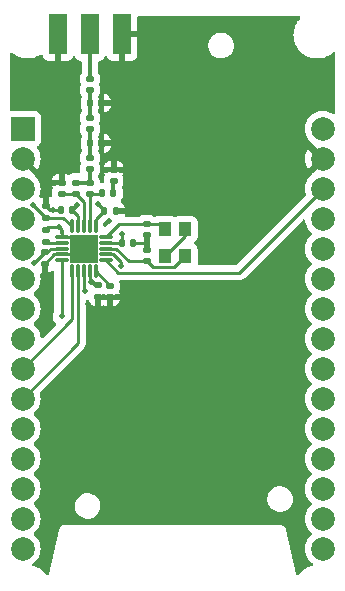
<source format=gtl>
G04 #@! TF.GenerationSoftware,KiCad,Pcbnew,6.0.2+dfsg-1*
G04 #@! TF.CreationDate,2024-02-25T21:37:03-08:00*
G04 #@! TF.ProjectId,cchat,63636861-742e-46b6-9963-61645f706362,rev?*
G04 #@! TF.SameCoordinates,Original*
G04 #@! TF.FileFunction,Copper,L1,Top*
G04 #@! TF.FilePolarity,Positive*
%FSLAX46Y46*%
G04 Gerber Fmt 4.6, Leading zero omitted, Abs format (unit mm)*
G04 Created by KiCad (PCBNEW 6.0.2+dfsg-1) date 2024-02-25 21:37:03*
%MOMM*%
%LPD*%
G01*
G04 APERTURE LIST*
G04 Aperture macros list*
%AMRoundRect*
0 Rectangle with rounded corners*
0 $1 Rounding radius*
0 $2 $3 $4 $5 $6 $7 $8 $9 X,Y pos of 4 corners*
0 Add a 4 corners polygon primitive as box body*
4,1,4,$2,$3,$4,$5,$6,$7,$8,$9,$2,$3,0*
0 Add four circle primitives for the rounded corners*
1,1,$1+$1,$2,$3*
1,1,$1+$1,$4,$5*
1,1,$1+$1,$6,$7*
1,1,$1+$1,$8,$9*
0 Add four rect primitives between the rounded corners*
20,1,$1+$1,$2,$3,$4,$5,0*
20,1,$1+$1,$4,$5,$6,$7,0*
20,1,$1+$1,$6,$7,$8,$9,0*
20,1,$1+$1,$8,$9,$2,$3,0*%
G04 Aperture macros list end*
G04 #@! TA.AperFunction,SMDPad,CuDef*
%ADD10RoundRect,0.140000X-0.140000X-0.170000X0.140000X-0.170000X0.140000X0.170000X-0.140000X0.170000X0*%
G04 #@! TD*
G04 #@! TA.AperFunction,SMDPad,CuDef*
%ADD11RoundRect,0.147500X0.172500X-0.147500X0.172500X0.147500X-0.172500X0.147500X-0.172500X-0.147500X0*%
G04 #@! TD*
G04 #@! TA.AperFunction,SMDPad,CuDef*
%ADD12RoundRect,0.140000X-0.170000X0.140000X-0.170000X-0.140000X0.170000X-0.140000X0.170000X0.140000X0*%
G04 #@! TD*
G04 #@! TA.AperFunction,ComponentPad*
%ADD13R,2.000000X2.000000*%
G04 #@! TD*
G04 #@! TA.AperFunction,ComponentPad*
%ADD14C,2.000000*%
G04 #@! TD*
G04 #@! TA.AperFunction,SMDPad,CuDef*
%ADD15RoundRect,0.135000X-0.185000X0.135000X-0.185000X-0.135000X0.185000X-0.135000X0.185000X0.135000X0*%
G04 #@! TD*
G04 #@! TA.AperFunction,SMDPad,CuDef*
%ADD16RoundRect,0.140000X0.170000X-0.140000X0.170000X0.140000X-0.170000X0.140000X-0.170000X-0.140000X0*%
G04 #@! TD*
G04 #@! TA.AperFunction,SMDPad,CuDef*
%ADD17R,1.110000X1.210000*%
G04 #@! TD*
G04 #@! TA.AperFunction,SMDPad,CuDef*
%ADD18RoundRect,0.147500X-0.147500X-0.172500X0.147500X-0.172500X0.147500X0.172500X-0.147500X0.172500X0*%
G04 #@! TD*
G04 #@! TA.AperFunction,SMDPad,CuDef*
%ADD19RoundRect,0.007800X0.122200X-0.512200X0.122200X0.512200X-0.122200X0.512200X-0.122200X-0.512200X0*%
G04 #@! TD*
G04 #@! TA.AperFunction,SMDPad,CuDef*
%ADD20RoundRect,0.007800X0.512200X0.122200X-0.512200X0.122200X-0.512200X-0.122200X0.512200X-0.122200X0*%
G04 #@! TD*
G04 #@! TA.AperFunction,SMDPad,CuDef*
%ADD21R,2.400000X2.400000*%
G04 #@! TD*
G04 #@! TA.AperFunction,SMDPad,CuDef*
%ADD22R,1.500000X3.500000*%
G04 #@! TD*
G04 #@! TA.AperFunction,SMDPad,CuDef*
%ADD23RoundRect,0.140000X0.140000X0.170000X-0.140000X0.170000X-0.140000X-0.170000X0.140000X-0.170000X0*%
G04 #@! TD*
G04 #@! TA.AperFunction,ViaPad*
%ADD24C,0.500000*%
G04 #@! TD*
G04 #@! TA.AperFunction,Conductor*
%ADD25C,0.250000*%
G04 #@! TD*
G04 #@! TA.AperFunction,Conductor*
%ADD26C,0.349300*%
G04 #@! TD*
G04 APERTURE END LIST*
D10*
X122620000Y-95600000D03*
X123580000Y-95600000D03*
D11*
X119900000Y-89385000D03*
X119900000Y-88415000D03*
D10*
X119900000Y-83800000D03*
X120860000Y-83800000D03*
D12*
X117500000Y-90520000D03*
X117500000Y-91480000D03*
D13*
X114215000Y-85950000D03*
D14*
X114215000Y-88490000D03*
X114215000Y-91030000D03*
X114215000Y-93570000D03*
X114215000Y-96110000D03*
X114215000Y-98650000D03*
X114215000Y-101190000D03*
X114215000Y-103730000D03*
X114215000Y-106270000D03*
X114215000Y-108810000D03*
X114215000Y-111350000D03*
X114215000Y-113890000D03*
X114215000Y-116430000D03*
X114215000Y-118970000D03*
X114215000Y-121510000D03*
X139615000Y-121510000D03*
X139615000Y-118970000D03*
X139615000Y-116430000D03*
X139615000Y-113890000D03*
X139615000Y-111350000D03*
X139615000Y-108810000D03*
X139615000Y-106270000D03*
X139615000Y-103730000D03*
X139615000Y-101190000D03*
X139615000Y-98650000D03*
X139615000Y-96110000D03*
X139615000Y-93570000D03*
X139615000Y-91030000D03*
X139615000Y-88490000D03*
X139615000Y-85950000D03*
D15*
X116200000Y-94490000D03*
X116200000Y-95510000D03*
D16*
X121900000Y-90380000D03*
X121900000Y-89420000D03*
D10*
X121120000Y-92900000D03*
X122080000Y-92900000D03*
D17*
X127950000Y-96750000D03*
X127950000Y-94450000D03*
X126250000Y-94450000D03*
X126250000Y-96750000D03*
D16*
X116200000Y-93480000D03*
X116200000Y-92520000D03*
X121600000Y-100200000D03*
X121600000Y-99240000D03*
D18*
X120915000Y-91400000D03*
X121885000Y-91400000D03*
D16*
X124700000Y-97180000D03*
X124700000Y-96220000D03*
X119900000Y-82680000D03*
X119900000Y-81720000D03*
D11*
X119900000Y-86000000D03*
X119900000Y-85030000D03*
D19*
X118400000Y-97970000D03*
X118900000Y-97970000D03*
X119400000Y-97970000D03*
X119900000Y-97970000D03*
X120400000Y-97970000D03*
D20*
X121270000Y-97100000D03*
X121270000Y-96600000D03*
X121270000Y-96100000D03*
X121270000Y-95600000D03*
X121270000Y-95100000D03*
D19*
X120400000Y-94230000D03*
X119900000Y-94230000D03*
X119400000Y-94230000D03*
X118900000Y-94230000D03*
X118400000Y-94230000D03*
D20*
X117530000Y-95100000D03*
X117530000Y-95600000D03*
X117530000Y-96100000D03*
X117530000Y-96600000D03*
X117530000Y-97100000D03*
D21*
X119400000Y-96100000D03*
D12*
X116100000Y-96420000D03*
X116100000Y-97380000D03*
D16*
X119900000Y-91480000D03*
X119900000Y-90520000D03*
D11*
X118700000Y-91485000D03*
X118700000Y-90515000D03*
D12*
X120600000Y-99220000D03*
X120600000Y-100180000D03*
D22*
X119900000Y-77972500D03*
X122600000Y-77972500D03*
X117200000Y-77972500D03*
D10*
X119920000Y-87200000D03*
X120880000Y-87200000D03*
D23*
X118380000Y-92800000D03*
X117420000Y-92800000D03*
D16*
X124700000Y-94980000D03*
X124700000Y-94020000D03*
D24*
X120600000Y-92300000D03*
X118790124Y-92387590D03*
X122600000Y-94900000D03*
X119974500Y-98900000D03*
X115100000Y-92400000D03*
X115200000Y-97300000D03*
X116300000Y-102600000D03*
X118700000Y-86400000D03*
X121000000Y-88300000D03*
X123200000Y-92400000D03*
X122000000Y-87000000D03*
X116100000Y-98000000D03*
X117300000Y-94300000D03*
X121000000Y-82700000D03*
X124200000Y-79400000D03*
X121100000Y-80600000D03*
X140100000Y-80400000D03*
X124200000Y-78000000D03*
X137400000Y-120300000D03*
X116100000Y-100300000D03*
X121000000Y-85800000D03*
X129300000Y-95600000D03*
X123100000Y-89800000D03*
X117200000Y-80400000D03*
X137500000Y-87000000D03*
X140000000Y-83900000D03*
X119700000Y-100800000D03*
X121000000Y-84900000D03*
X116800000Y-92800000D03*
X113500000Y-80100000D03*
X116100000Y-117500000D03*
X124700000Y-95600000D03*
X118700000Y-89400000D03*
X136800000Y-76900000D03*
X123100000Y-91100000D03*
X116100000Y-108400000D03*
X121000000Y-89400000D03*
X122600000Y-80400000D03*
X115700000Y-80100000D03*
X118500000Y-80400000D03*
X122100000Y-83800000D03*
X116100000Y-91500000D03*
X121600000Y-100800000D03*
X117300000Y-89400000D03*
X129300000Y-97200000D03*
X121500000Y-93800000D03*
X120600000Y-100800000D03*
X113500000Y-84000000D03*
X137900000Y-97300000D03*
X137500000Y-89900000D03*
X124000000Y-92900000D03*
X127100000Y-92900000D03*
X122541233Y-97554531D03*
X117500000Y-101800000D03*
X119474500Y-99700000D03*
D25*
X121270000Y-95600000D02*
X122620000Y-95600000D01*
X116180000Y-93480000D02*
X115100000Y-92400000D01*
X118900000Y-93320000D02*
X118380000Y-92800000D01*
X116259859Y-96420000D02*
X116579859Y-96100000D01*
X118400000Y-94230000D02*
X117650000Y-93480000D01*
X116080000Y-96420000D02*
X115200000Y-97300000D01*
X121020000Y-92720000D02*
X120600000Y-92300000D01*
X120400000Y-94230000D02*
X120400000Y-93620000D01*
X120294500Y-99220000D02*
X119974500Y-98900000D01*
X120400000Y-93620000D02*
X121120000Y-92900000D01*
X117530000Y-96100000D02*
X116579859Y-96100000D01*
X120454669Y-99220000D02*
X119900000Y-98665331D01*
X122620000Y-95600000D02*
X122620000Y-94920000D01*
X117650000Y-93480000D02*
X116200000Y-93480000D01*
X118380000Y-92797714D02*
X118790124Y-92387590D01*
X120294500Y-99220000D02*
X120600000Y-99220000D01*
X119900000Y-98665331D02*
X119900000Y-97970000D01*
X122620000Y-94920000D02*
X122600000Y-94900000D01*
X118900000Y-94230000D02*
X118900000Y-93320000D01*
X116390000Y-94300000D02*
X116200000Y-94490000D01*
X124700000Y-94980000D02*
X124700000Y-95600000D01*
X117530000Y-96600000D02*
X116886930Y-96600000D01*
X116480000Y-92800000D02*
X116200000Y-92520000D01*
X117530000Y-95100000D02*
X118400000Y-95100000D01*
X117530000Y-94530000D02*
X117300000Y-94300000D01*
X123580000Y-95600000D02*
X124700000Y-95600000D01*
X124700000Y-95600000D02*
X124700000Y-96220000D01*
X121600000Y-100200000D02*
X120620000Y-100200000D01*
X116800000Y-92800000D02*
X116480000Y-92800000D01*
X117300000Y-94300000D02*
X116390000Y-94300000D01*
X117530000Y-95100000D02*
X117530000Y-94530000D01*
X117420000Y-92800000D02*
X116800000Y-92800000D01*
X117530000Y-96600000D02*
X118900000Y-96600000D01*
X116886930Y-96600000D02*
X116106930Y-97380000D01*
X120400000Y-98040000D02*
X121600000Y-99240000D01*
X122350000Y-94020000D02*
X124700000Y-94020000D01*
X121270000Y-95100000D02*
X122350000Y-94020000D01*
X124700000Y-94020000D02*
X125820000Y-94020000D01*
X119900000Y-91480000D02*
X119900000Y-94230000D01*
X119900000Y-91480000D02*
X120835000Y-91480000D01*
D26*
X118700000Y-90515000D02*
X119895000Y-90515000D01*
X119900000Y-89385000D02*
X119900000Y-90520000D01*
X119920000Y-87200000D02*
X119920000Y-88395000D01*
X119900000Y-86000000D02*
X119900000Y-87180000D01*
X119900000Y-83800000D02*
X119900000Y-85030000D01*
X119900000Y-82680000D02*
X119900000Y-83800000D01*
X121885000Y-91400000D02*
X121885000Y-90395000D01*
X119900000Y-77972500D02*
X119900000Y-81720000D01*
D25*
X119400000Y-92185000D02*
X118700000Y-91485000D01*
X119400000Y-94230000D02*
X119400000Y-92185000D01*
X118700000Y-91485000D02*
X117505000Y-91485000D01*
X117530000Y-95600000D02*
X116290000Y-95600000D01*
X132515969Y-98129031D02*
X122299031Y-98129031D01*
X122299031Y-98129031D02*
X121270000Y-97100000D01*
X139615000Y-91030000D02*
X132515969Y-98129031D01*
X122491233Y-97216862D02*
X122491233Y-97504531D01*
X121874371Y-96600000D02*
X122491233Y-97216862D01*
X121270000Y-96600000D02*
X121874371Y-96600000D01*
X122491233Y-97504531D02*
X122541233Y-97554531D01*
X117530000Y-97100000D02*
X117530000Y-101770000D01*
X117530000Y-101770000D02*
X117500000Y-101800000D01*
X118400000Y-97970000D02*
X118400000Y-102085000D01*
X118400000Y-102085000D02*
X114215000Y-106270000D01*
X118900000Y-97970000D02*
X118900000Y-104125000D01*
X118900000Y-104125000D02*
X114215000Y-108810000D01*
X119400000Y-99625500D02*
X119474500Y-99700000D01*
X119400000Y-97970000D02*
X119400000Y-99625500D01*
X127950000Y-96750000D02*
X127020489Y-97679511D01*
X123090089Y-97180000D02*
X124700000Y-97180000D01*
X125199511Y-97679511D02*
X124700000Y-97180000D01*
X122100000Y-96100000D02*
X121270000Y-96100000D01*
X122100000Y-96100000D02*
X123180000Y-97180000D01*
X127020489Y-97679511D02*
X125199511Y-97679511D01*
X126250000Y-96750000D02*
X127950000Y-95050000D01*
X127950000Y-95050000D02*
X127950000Y-94450000D01*
G04 #@! TA.AperFunction,Conductor*
G36*
X138032147Y-93612924D02*
G01*
X138088983Y-93655471D01*
X138113727Y-93721093D01*
X138120465Y-93806711D01*
X138121619Y-93811518D01*
X138121620Y-93811524D01*
X138134201Y-93863927D01*
X138175895Y-94037594D01*
X138177788Y-94042165D01*
X138177789Y-94042167D01*
X138251406Y-94219894D01*
X138266760Y-94256963D01*
X138269346Y-94261183D01*
X138388241Y-94455202D01*
X138388245Y-94455208D01*
X138390824Y-94459416D01*
X138545031Y-94639969D01*
X138548787Y-94643177D01*
X138548792Y-94643182D01*
X138667056Y-94744189D01*
X138705866Y-94803639D01*
X138706372Y-94874634D01*
X138667056Y-94935811D01*
X138548792Y-95036818D01*
X138548787Y-95036823D01*
X138545031Y-95040031D01*
X138390824Y-95220584D01*
X138388245Y-95224792D01*
X138388241Y-95224798D01*
X138302622Y-95364516D01*
X138266760Y-95423037D01*
X138264867Y-95427607D01*
X138264865Y-95427611D01*
X138204582Y-95573148D01*
X138175895Y-95642406D01*
X138174740Y-95647218D01*
X138124283Y-95857387D01*
X138120465Y-95873289D01*
X138101835Y-96110000D01*
X138120465Y-96346711D01*
X138121619Y-96351518D01*
X138121620Y-96351524D01*
X138142306Y-96437687D01*
X138175895Y-96577594D01*
X138177788Y-96582165D01*
X138177789Y-96582167D01*
X138235695Y-96721964D01*
X138266760Y-96796963D01*
X138269346Y-96801183D01*
X138388241Y-96995202D01*
X138388245Y-96995208D01*
X138390824Y-96999416D01*
X138545031Y-97179969D01*
X138548787Y-97183177D01*
X138548792Y-97183182D01*
X138667056Y-97284189D01*
X138705866Y-97343639D01*
X138706372Y-97414634D01*
X138667056Y-97475811D01*
X138548792Y-97576818D01*
X138548787Y-97576823D01*
X138545031Y-97580031D01*
X138390824Y-97760584D01*
X138388245Y-97764792D01*
X138388241Y-97764798D01*
X138377336Y-97782594D01*
X138266760Y-97963037D01*
X138264867Y-97967607D01*
X138264865Y-97967611D01*
X138177789Y-98177833D01*
X138175895Y-98182406D01*
X138120465Y-98413289D01*
X138101835Y-98650000D01*
X138120465Y-98886711D01*
X138175895Y-99117594D01*
X138266760Y-99336963D01*
X138269346Y-99341183D01*
X138388241Y-99535202D01*
X138388245Y-99535208D01*
X138390824Y-99539416D01*
X138545031Y-99719969D01*
X138548787Y-99723177D01*
X138548792Y-99723182D01*
X138667056Y-99824189D01*
X138705866Y-99883639D01*
X138706372Y-99954634D01*
X138667056Y-100015811D01*
X138548792Y-100116818D01*
X138548787Y-100116823D01*
X138545031Y-100120031D01*
X138390824Y-100300584D01*
X138388245Y-100304792D01*
X138388241Y-100304798D01*
X138294791Y-100457295D01*
X138266760Y-100503037D01*
X138264867Y-100507607D01*
X138264865Y-100507611D01*
X138230000Y-100591784D01*
X138175895Y-100722406D01*
X138156640Y-100802609D01*
X138121633Y-100948424D01*
X138120465Y-100953289D01*
X138101835Y-101190000D01*
X138120465Y-101426711D01*
X138175895Y-101657594D01*
X138266760Y-101876963D01*
X138269346Y-101881183D01*
X138388241Y-102075202D01*
X138388245Y-102075208D01*
X138390824Y-102079416D01*
X138545031Y-102259969D01*
X138548787Y-102263177D01*
X138548792Y-102263182D01*
X138667056Y-102364189D01*
X138705866Y-102423639D01*
X138706372Y-102494634D01*
X138667056Y-102555811D01*
X138548792Y-102656818D01*
X138548787Y-102656823D01*
X138545031Y-102660031D01*
X138390824Y-102840584D01*
X138388245Y-102844792D01*
X138388241Y-102844798D01*
X138269346Y-103038817D01*
X138266760Y-103043037D01*
X138264867Y-103047607D01*
X138264865Y-103047611D01*
X138177789Y-103257833D01*
X138175895Y-103262406D01*
X138120465Y-103493289D01*
X138101835Y-103730000D01*
X138120465Y-103966711D01*
X138175895Y-104197594D01*
X138177788Y-104202165D01*
X138177789Y-104202167D01*
X138259242Y-104398812D01*
X138266760Y-104416963D01*
X138269346Y-104421183D01*
X138388241Y-104615202D01*
X138388245Y-104615208D01*
X138390824Y-104619416D01*
X138545031Y-104799969D01*
X138548787Y-104803177D01*
X138548792Y-104803182D01*
X138667056Y-104904189D01*
X138705866Y-104963639D01*
X138706372Y-105034634D01*
X138667056Y-105095811D01*
X138548792Y-105196818D01*
X138548787Y-105196823D01*
X138545031Y-105200031D01*
X138390824Y-105380584D01*
X138388245Y-105384792D01*
X138388241Y-105384798D01*
X138269346Y-105578817D01*
X138266760Y-105583037D01*
X138264867Y-105587607D01*
X138264865Y-105587611D01*
X138177789Y-105797833D01*
X138175895Y-105802406D01*
X138120465Y-106033289D01*
X138101835Y-106270000D01*
X138120465Y-106506711D01*
X138175895Y-106737594D01*
X138266760Y-106956963D01*
X138269346Y-106961183D01*
X138388241Y-107155202D01*
X138388245Y-107155208D01*
X138390824Y-107159416D01*
X138545031Y-107339969D01*
X138548787Y-107343177D01*
X138548792Y-107343182D01*
X138667056Y-107444189D01*
X138705866Y-107503639D01*
X138706372Y-107574634D01*
X138667056Y-107635811D01*
X138548792Y-107736818D01*
X138548787Y-107736823D01*
X138545031Y-107740031D01*
X138390824Y-107920584D01*
X138388245Y-107924792D01*
X138388241Y-107924798D01*
X138269346Y-108118817D01*
X138266760Y-108123037D01*
X138264867Y-108127607D01*
X138264865Y-108127611D01*
X138177789Y-108337833D01*
X138175895Y-108342406D01*
X138120465Y-108573289D01*
X138101835Y-108810000D01*
X138120465Y-109046711D01*
X138175895Y-109277594D01*
X138266760Y-109496963D01*
X138269346Y-109501183D01*
X138388241Y-109695202D01*
X138388245Y-109695208D01*
X138390824Y-109699416D01*
X138545031Y-109879969D01*
X138548787Y-109883177D01*
X138548792Y-109883182D01*
X138667056Y-109984189D01*
X138705866Y-110043639D01*
X138706372Y-110114634D01*
X138667056Y-110175811D01*
X138548792Y-110276818D01*
X138548787Y-110276823D01*
X138545031Y-110280031D01*
X138390824Y-110460584D01*
X138388245Y-110464792D01*
X138388241Y-110464798D01*
X138269346Y-110658817D01*
X138266760Y-110663037D01*
X138175895Y-110882406D01*
X138120465Y-111113289D01*
X138101835Y-111350000D01*
X138120465Y-111586711D01*
X138175895Y-111817594D01*
X138266760Y-112036963D01*
X138269346Y-112041183D01*
X138388241Y-112235202D01*
X138388245Y-112235208D01*
X138390824Y-112239416D01*
X138545031Y-112419969D01*
X138548787Y-112423177D01*
X138548792Y-112423182D01*
X138667056Y-112524189D01*
X138705866Y-112583639D01*
X138706372Y-112654634D01*
X138667056Y-112715811D01*
X138548792Y-112816818D01*
X138548787Y-112816823D01*
X138545031Y-112820031D01*
X138390824Y-113000584D01*
X138388245Y-113004792D01*
X138388241Y-113004798D01*
X138269346Y-113198817D01*
X138266760Y-113203037D01*
X138175895Y-113422406D01*
X138120465Y-113653289D01*
X138101835Y-113890000D01*
X138120465Y-114126711D01*
X138175895Y-114357594D01*
X138266760Y-114576963D01*
X138269346Y-114581183D01*
X138388241Y-114775202D01*
X138388245Y-114775208D01*
X138390824Y-114779416D01*
X138545031Y-114959969D01*
X138548787Y-114963177D01*
X138548792Y-114963182D01*
X138667056Y-115064189D01*
X138705866Y-115123639D01*
X138706372Y-115194634D01*
X138667056Y-115255811D01*
X138548792Y-115356818D01*
X138548787Y-115356823D01*
X138545031Y-115360031D01*
X138390824Y-115540584D01*
X138388245Y-115544792D01*
X138388241Y-115544798D01*
X138269346Y-115738817D01*
X138266760Y-115743037D01*
X138175895Y-115962406D01*
X138120465Y-116193289D01*
X138101835Y-116430000D01*
X138120465Y-116666711D01*
X138121619Y-116671518D01*
X138121620Y-116671524D01*
X138142125Y-116756931D01*
X138175895Y-116897594D01*
X138177788Y-116902165D01*
X138177789Y-116902167D01*
X138235702Y-117041981D01*
X138266760Y-117116963D01*
X138269346Y-117121183D01*
X138388241Y-117315202D01*
X138388245Y-117315208D01*
X138390824Y-117319416D01*
X138545031Y-117499969D01*
X138548787Y-117503177D01*
X138548792Y-117503182D01*
X138667056Y-117604189D01*
X138705866Y-117663639D01*
X138706372Y-117734634D01*
X138667056Y-117795811D01*
X138548792Y-117896818D01*
X138548787Y-117896823D01*
X138545031Y-117900031D01*
X138390824Y-118080584D01*
X138388245Y-118084792D01*
X138388241Y-118084798D01*
X138305686Y-118219516D01*
X138266760Y-118283037D01*
X138264867Y-118287607D01*
X138264865Y-118287611D01*
X138200473Y-118443069D01*
X138175895Y-118502406D01*
X138156640Y-118582609D01*
X138132201Y-118684406D01*
X138120465Y-118733289D01*
X138101835Y-118970000D01*
X138120465Y-119206711D01*
X138175895Y-119437594D01*
X138177788Y-119442165D01*
X138177789Y-119442167D01*
X138263368Y-119648773D01*
X138266760Y-119656963D01*
X138269346Y-119661183D01*
X138388241Y-119855202D01*
X138388245Y-119855208D01*
X138390824Y-119859416D01*
X138545031Y-120039969D01*
X138548787Y-120043177D01*
X138548792Y-120043182D01*
X138667056Y-120144189D01*
X138705866Y-120203639D01*
X138706372Y-120274634D01*
X138667056Y-120335811D01*
X138548792Y-120436818D01*
X138548787Y-120436823D01*
X138545031Y-120440031D01*
X138390824Y-120620584D01*
X138388245Y-120624792D01*
X138388241Y-120624798D01*
X138269346Y-120818817D01*
X138266760Y-120823037D01*
X138175895Y-121042406D01*
X138120465Y-121273289D01*
X138101835Y-121510000D01*
X138120465Y-121746711D01*
X138175895Y-121977594D01*
X138266760Y-122196963D01*
X138269346Y-122201183D01*
X138388241Y-122395202D01*
X138388245Y-122395208D01*
X138390824Y-122399416D01*
X138545031Y-122579969D01*
X138725584Y-122734176D01*
X138729799Y-122736759D01*
X138729802Y-122736761D01*
X138749026Y-122748542D01*
X138796657Y-122801190D01*
X138808263Y-122871232D01*
X138780159Y-122936429D01*
X138721268Y-122976082D01*
X138709392Y-122979220D01*
X138590030Y-123004591D01*
X138585901Y-123006094D01*
X138585897Y-123006095D01*
X138330219Y-123099154D01*
X138330215Y-123099156D01*
X138326074Y-123100663D01*
X138078058Y-123232536D01*
X138074499Y-123235122D01*
X138074497Y-123235123D01*
X137949933Y-123325624D01*
X137850808Y-123397642D01*
X137847644Y-123400698D01*
X137847641Y-123400700D01*
X137803949Y-123442893D01*
X137648748Y-123592769D01*
X137554070Y-123713952D01*
X137541979Y-123729428D01*
X137484278Y-123770794D01*
X137413372Y-123774397D01*
X137351775Y-123739094D01*
X137319565Y-123678621D01*
X136511332Y-119960747D01*
X136510020Y-119948170D01*
X136509640Y-119948222D01*
X136508421Y-119939324D01*
X136508476Y-119930348D01*
X136493915Y-119879398D01*
X136491942Y-119871551D01*
X136489608Y-119860815D01*
X136489608Y-119860814D01*
X136488657Y-119856441D01*
X136484746Y-119845934D01*
X136481696Y-119836650D01*
X136468488Y-119790435D01*
X136463697Y-119782842D01*
X136461591Y-119778134D01*
X136456338Y-119767520D01*
X136453883Y-119763010D01*
X136450753Y-119754601D01*
X136422031Y-119716087D01*
X136416476Y-119707999D01*
X136395630Y-119674961D01*
X136390840Y-119667369D01*
X136384113Y-119661428D01*
X136380794Y-119657528D01*
X136372734Y-119648773D01*
X136369126Y-119645148D01*
X136363760Y-119637953D01*
X136325363Y-119609034D01*
X136317780Y-119602845D01*
X136315045Y-119600429D01*
X136281772Y-119571044D01*
X136273648Y-119567229D01*
X136269360Y-119564413D01*
X136259180Y-119558280D01*
X136254696Y-119555811D01*
X136247524Y-119550410D01*
X136202586Y-119533443D01*
X136193547Y-119529621D01*
X136158180Y-119513016D01*
X136158173Y-119513014D01*
X136150052Y-119509201D01*
X136141182Y-119507820D01*
X136136265Y-119506317D01*
X136124797Y-119503294D01*
X136119784Y-119502179D01*
X136111390Y-119499010D01*
X136063484Y-119495336D01*
X136053739Y-119494205D01*
X136044384Y-119492748D01*
X136044379Y-119492748D01*
X136039577Y-119492000D01*
X136024807Y-119492000D01*
X136015172Y-119491631D01*
X136013543Y-119491506D01*
X136009674Y-119491209D01*
X135975249Y-119488569D01*
X135975247Y-119488569D01*
X135966301Y-119487883D01*
X135957523Y-119489735D01*
X135951613Y-119490124D01*
X135933639Y-119492000D01*
X117872772Y-119492000D01*
X117861626Y-119491506D01*
X117854134Y-119490841D01*
X117845400Y-119488788D01*
X117836442Y-119489269D01*
X117836440Y-119489269D01*
X117788979Y-119491819D01*
X117782220Y-119492000D01*
X117763523Y-119492000D01*
X117759083Y-119492636D01*
X117759082Y-119492636D01*
X117755798Y-119493106D01*
X117744695Y-119494198D01*
X117709058Y-119496112D01*
X117709055Y-119496113D01*
X117700094Y-119496594D01*
X117691627Y-119499571D01*
X117691624Y-119499572D01*
X117690232Y-119500062D01*
X117666302Y-119505923D01*
X117655955Y-119507405D01*
X117647789Y-119511118D01*
X117647785Y-119511119D01*
X117615297Y-119525891D01*
X117604964Y-119530048D01*
X117562821Y-119544868D01*
X117554720Y-119550683D01*
X117554335Y-119550960D01*
X117533002Y-119563308D01*
X117523490Y-119567633D01*
X117516696Y-119573487D01*
X117516693Y-119573489D01*
X117489653Y-119596788D01*
X117480891Y-119603686D01*
X117444614Y-119629730D01*
X117439080Y-119636807D01*
X117438176Y-119637962D01*
X117421174Y-119655794D01*
X117413253Y-119662619D01*
X117408373Y-119670147D01*
X117408372Y-119670149D01*
X117388959Y-119700101D01*
X117382495Y-119709168D01*
X117354976Y-119744359D01*
X117351109Y-119754064D01*
X117339790Y-119775959D01*
X117334107Y-119784727D01*
X117321305Y-119827534D01*
X117317643Y-119838053D01*
X117313591Y-119848223D01*
X117312507Y-119852964D01*
X117312506Y-119852968D01*
X117309561Y-119865849D01*
X117307450Y-119873860D01*
X117292413Y-119924141D01*
X117292358Y-119933118D01*
X117291031Y-119941998D01*
X117290719Y-119941951D01*
X117289226Y-119954818D01*
X116444156Y-123652001D01*
X116409478Y-123713952D01*
X116346812Y-123747320D01*
X116276053Y-123741511D01*
X116222582Y-123701903D01*
X116221585Y-123700424D01*
X116201954Y-123678621D01*
X116036566Y-123494940D01*
X116033629Y-123491678D01*
X115818450Y-123311121D01*
X115580236Y-123162269D01*
X115323625Y-123048018D01*
X115194977Y-123011129D01*
X115100667Y-122984086D01*
X115040698Y-122946082D01*
X115010796Y-122881690D01*
X115020453Y-122811353D01*
X115069563Y-122755534D01*
X115100197Y-122736762D01*
X115100202Y-122736758D01*
X115104416Y-122734176D01*
X115284969Y-122579969D01*
X115439176Y-122399416D01*
X115441755Y-122395208D01*
X115441759Y-122395202D01*
X115560654Y-122201183D01*
X115563240Y-122196963D01*
X115654105Y-121977594D01*
X115709535Y-121746711D01*
X115728165Y-121510000D01*
X115709535Y-121273289D01*
X115654105Y-121042406D01*
X115563240Y-120823037D01*
X115560654Y-120818817D01*
X115441759Y-120624798D01*
X115441755Y-120624792D01*
X115439176Y-120620584D01*
X115284969Y-120440031D01*
X115281213Y-120436823D01*
X115281208Y-120436818D01*
X115162944Y-120335811D01*
X115124134Y-120276361D01*
X115123628Y-120205366D01*
X115162944Y-120144189D01*
X115281208Y-120043182D01*
X115281213Y-120043177D01*
X115284969Y-120039969D01*
X115439176Y-119859416D01*
X115441755Y-119855208D01*
X115441759Y-119855202D01*
X115560654Y-119661183D01*
X115563240Y-119656963D01*
X115566633Y-119648773D01*
X115652211Y-119442167D01*
X115652212Y-119442165D01*
X115654105Y-119437594D01*
X115709535Y-119206711D01*
X115728165Y-118970000D01*
X115709535Y-118733289D01*
X115697800Y-118684406D01*
X115673360Y-118582609D01*
X115654105Y-118502406D01*
X115629527Y-118443069D01*
X115565135Y-118287611D01*
X115565133Y-118287607D01*
X115563240Y-118283037D01*
X115524314Y-118219516D01*
X115441759Y-118084798D01*
X115441755Y-118084792D01*
X115439176Y-118080584D01*
X115284969Y-117900031D01*
X115281213Y-117896823D01*
X115281208Y-117896818D01*
X115222622Y-117846781D01*
X118611868Y-117846781D01*
X118621436Y-118053502D01*
X118622840Y-118059327D01*
X118622840Y-118059328D01*
X118660784Y-118216770D01*
X118669921Y-118254685D01*
X118672403Y-118260143D01*
X118672404Y-118260147D01*
X118696531Y-118313211D01*
X118755574Y-118443069D01*
X118875305Y-118611858D01*
X118879628Y-118615996D01*
X118879632Y-118616001D01*
X118959694Y-118692643D01*
X119024792Y-118754961D01*
X119029827Y-118758212D01*
X119193606Y-118863963D01*
X119193609Y-118863964D01*
X119198643Y-118867215D01*
X119390584Y-118944570D01*
X119396465Y-118945718D01*
X119396470Y-118945720D01*
X119589244Y-118983366D01*
X119589247Y-118983366D01*
X119593690Y-118984234D01*
X119599129Y-118984500D01*
X119751704Y-118984500D01*
X119906007Y-118969778D01*
X119922055Y-118965070D01*
X120098827Y-118913211D01*
X120098829Y-118913210D01*
X120104580Y-118911523D01*
X120186257Y-118869457D01*
X120283225Y-118819516D01*
X120283228Y-118819514D01*
X120288556Y-118816770D01*
X120451294Y-118688937D01*
X120586924Y-118532637D01*
X120690552Y-118353510D01*
X120758438Y-118158019D01*
X120759483Y-118150816D01*
X120787271Y-117959159D01*
X120787271Y-117959156D01*
X120788132Y-117953219D01*
X120778564Y-117746498D01*
X120730079Y-117545315D01*
X120710923Y-117503182D01*
X120646906Y-117362386D01*
X120644426Y-117356931D01*
X120566291Y-117246781D01*
X134911868Y-117246781D01*
X134921436Y-117453502D01*
X134922840Y-117459327D01*
X134922840Y-117459328D01*
X134947990Y-117563683D01*
X134969921Y-117654685D01*
X134972403Y-117660143D01*
X134972404Y-117660147D01*
X135007057Y-117736361D01*
X135055574Y-117843069D01*
X135175305Y-118011858D01*
X135179628Y-118015996D01*
X135179632Y-118016001D01*
X135259694Y-118092643D01*
X135324792Y-118154961D01*
X135329827Y-118158212D01*
X135493606Y-118263963D01*
X135493609Y-118263964D01*
X135498643Y-118267215D01*
X135690584Y-118344570D01*
X135696465Y-118345718D01*
X135696470Y-118345720D01*
X135889244Y-118383366D01*
X135889247Y-118383366D01*
X135893690Y-118384234D01*
X135899129Y-118384500D01*
X136051704Y-118384500D01*
X136206007Y-118369778D01*
X136280780Y-118347842D01*
X136398827Y-118313211D01*
X136398829Y-118313210D01*
X136404580Y-118311523D01*
X136409914Y-118308776D01*
X136583225Y-118219516D01*
X136583228Y-118219514D01*
X136588556Y-118216770D01*
X136751294Y-118088937D01*
X136758543Y-118080584D01*
X136882992Y-117937168D01*
X136886924Y-117932637D01*
X136990552Y-117753510D01*
X137058438Y-117558019D01*
X137059435Y-117551148D01*
X137087271Y-117359159D01*
X137087271Y-117359156D01*
X137088132Y-117353219D01*
X137078564Y-117146498D01*
X137040109Y-116986934D01*
X137031485Y-116951148D01*
X137031484Y-116951146D01*
X137030079Y-116945315D01*
X137005486Y-116891224D01*
X136946906Y-116762386D01*
X136944426Y-116756931D01*
X136824695Y-116588142D01*
X136820372Y-116584004D01*
X136820368Y-116583999D01*
X136679538Y-116449184D01*
X136675208Y-116445039D01*
X136575230Y-116380484D01*
X136506394Y-116336037D01*
X136506391Y-116336036D01*
X136501357Y-116332785D01*
X136309416Y-116255430D01*
X136303535Y-116254282D01*
X136303530Y-116254280D01*
X136110756Y-116216634D01*
X136110753Y-116216634D01*
X136106310Y-116215766D01*
X136100871Y-116215500D01*
X135948296Y-116215500D01*
X135793993Y-116230222D01*
X135788239Y-116231910D01*
X135601173Y-116286789D01*
X135601171Y-116286790D01*
X135595420Y-116288477D01*
X135590087Y-116291223D01*
X135590086Y-116291224D01*
X135416775Y-116380484D01*
X135416772Y-116380486D01*
X135411444Y-116383230D01*
X135248706Y-116511063D01*
X135113076Y-116667363D01*
X135009448Y-116846490D01*
X134941562Y-117041981D01*
X134940702Y-117047914D01*
X134940701Y-117047917D01*
X134912729Y-117240841D01*
X134911868Y-117246781D01*
X120566291Y-117246781D01*
X120524695Y-117188142D01*
X120520372Y-117184004D01*
X120520368Y-117183999D01*
X120379538Y-117049184D01*
X120375208Y-117045039D01*
X120275230Y-116980484D01*
X120206394Y-116936037D01*
X120206391Y-116936036D01*
X120201357Y-116932785D01*
X120009416Y-116855430D01*
X120003535Y-116854282D01*
X120003530Y-116854280D01*
X119810756Y-116816634D01*
X119810753Y-116816634D01*
X119806310Y-116815766D01*
X119800871Y-116815500D01*
X119648296Y-116815500D01*
X119493993Y-116830222D01*
X119488239Y-116831910D01*
X119301173Y-116886789D01*
X119301171Y-116886790D01*
X119295420Y-116888477D01*
X119290087Y-116891223D01*
X119290086Y-116891224D01*
X119116775Y-116980484D01*
X119116772Y-116980486D01*
X119111444Y-116983230D01*
X118948706Y-117111063D01*
X118813076Y-117267363D01*
X118709448Y-117446490D01*
X118641562Y-117641981D01*
X118640702Y-117647914D01*
X118640701Y-117647917D01*
X118625391Y-117753510D01*
X118611868Y-117846781D01*
X115222622Y-117846781D01*
X115162944Y-117795811D01*
X115124134Y-117736361D01*
X115123628Y-117665366D01*
X115162944Y-117604189D01*
X115281208Y-117503182D01*
X115281213Y-117503177D01*
X115284969Y-117499969D01*
X115439176Y-117319416D01*
X115441755Y-117315208D01*
X115441759Y-117315202D01*
X115560654Y-117121183D01*
X115563240Y-117116963D01*
X115594299Y-117041981D01*
X115652211Y-116902167D01*
X115652212Y-116902165D01*
X115654105Y-116897594D01*
X115687875Y-116756931D01*
X115708380Y-116671524D01*
X115708381Y-116671518D01*
X115709535Y-116666711D01*
X115728165Y-116430000D01*
X115709535Y-116193289D01*
X115654105Y-115962406D01*
X115563240Y-115743037D01*
X115560654Y-115738817D01*
X115441759Y-115544798D01*
X115441755Y-115544792D01*
X115439176Y-115540584D01*
X115284969Y-115360031D01*
X115281213Y-115356823D01*
X115281208Y-115356818D01*
X115162944Y-115255811D01*
X115124134Y-115196361D01*
X115123628Y-115125366D01*
X115162944Y-115064189D01*
X115281208Y-114963182D01*
X115281213Y-114963177D01*
X115284969Y-114959969D01*
X115439176Y-114779416D01*
X115441755Y-114775208D01*
X115441759Y-114775202D01*
X115560654Y-114581183D01*
X115563240Y-114576963D01*
X115654105Y-114357594D01*
X115709535Y-114126711D01*
X115728165Y-113890000D01*
X115709535Y-113653289D01*
X115654105Y-113422406D01*
X115563240Y-113203037D01*
X115560654Y-113198817D01*
X115441759Y-113004798D01*
X115441755Y-113004792D01*
X115439176Y-113000584D01*
X115284969Y-112820031D01*
X115281213Y-112816823D01*
X115281208Y-112816818D01*
X115162944Y-112715811D01*
X115124134Y-112656361D01*
X115123628Y-112585366D01*
X115162944Y-112524189D01*
X115281208Y-112423182D01*
X115281213Y-112423177D01*
X115284969Y-112419969D01*
X115439176Y-112239416D01*
X115441755Y-112235208D01*
X115441759Y-112235202D01*
X115560654Y-112041183D01*
X115563240Y-112036963D01*
X115654105Y-111817594D01*
X115709535Y-111586711D01*
X115728165Y-111350000D01*
X115709535Y-111113289D01*
X115654105Y-110882406D01*
X115563240Y-110663037D01*
X115560654Y-110658817D01*
X115441759Y-110464798D01*
X115441755Y-110464792D01*
X115439176Y-110460584D01*
X115284969Y-110280031D01*
X115281213Y-110276823D01*
X115281208Y-110276818D01*
X115162944Y-110175811D01*
X115124134Y-110116361D01*
X115123628Y-110045366D01*
X115162944Y-109984189D01*
X115281208Y-109883182D01*
X115281213Y-109883177D01*
X115284969Y-109879969D01*
X115439176Y-109699416D01*
X115441755Y-109695208D01*
X115441759Y-109695202D01*
X115560654Y-109501183D01*
X115563240Y-109496963D01*
X115654105Y-109277594D01*
X115709535Y-109046711D01*
X115728165Y-108810000D01*
X115709535Y-108573289D01*
X115655940Y-108350049D01*
X115659487Y-108279141D01*
X115689364Y-108231540D01*
X119292247Y-104628657D01*
X119300537Y-104621113D01*
X119307018Y-104617000D01*
X119353659Y-104567332D01*
X119356413Y-104564491D01*
X119376135Y-104544769D01*
X119378612Y-104541576D01*
X119386317Y-104532555D01*
X119411159Y-104506100D01*
X119416586Y-104500321D01*
X119420407Y-104493371D01*
X119426346Y-104482568D01*
X119437202Y-104466041D01*
X119444757Y-104456302D01*
X119444758Y-104456300D01*
X119449614Y-104450040D01*
X119467174Y-104409460D01*
X119472391Y-104398812D01*
X119489875Y-104367009D01*
X119489876Y-104367007D01*
X119493695Y-104360060D01*
X119498733Y-104340437D01*
X119505137Y-104321734D01*
X119510033Y-104310420D01*
X119510033Y-104310419D01*
X119513181Y-104303145D01*
X119514420Y-104295322D01*
X119514423Y-104295312D01*
X119520099Y-104259476D01*
X119522505Y-104247856D01*
X119531528Y-104212711D01*
X119531528Y-104212710D01*
X119533500Y-104205030D01*
X119533500Y-104184776D01*
X119535051Y-104165065D01*
X119536980Y-104152886D01*
X119538220Y-104145057D01*
X119534059Y-104101038D01*
X119533500Y-104089181D01*
X119533500Y-100569065D01*
X119553502Y-100500944D01*
X119607158Y-100454451D01*
X119627756Y-100447730D01*
X119627983Y-100447709D01*
X119654479Y-100439100D01*
X119725444Y-100437072D01*
X119786243Y-100473734D01*
X119814411Y-100523781D01*
X119828356Y-100571782D01*
X119834604Y-100586220D01*
X119909876Y-100713499D01*
X119919516Y-100725926D01*
X120024074Y-100830484D01*
X120036501Y-100840124D01*
X120163780Y-100915396D01*
X120178216Y-100921643D01*
X120321641Y-100963312D01*
X120329609Y-100964768D01*
X120343031Y-100961948D01*
X120346000Y-100950487D01*
X120346000Y-100948424D01*
X120854000Y-100948424D01*
X120858344Y-100963219D01*
X120868775Y-100965063D01*
X120878359Y-100963312D01*
X121021780Y-100921644D01*
X121031430Y-100917468D01*
X121101892Y-100908771D01*
X121145610Y-100924651D01*
X121163776Y-100935394D01*
X121178216Y-100941643D01*
X121321641Y-100983312D01*
X121329609Y-100984768D01*
X121343031Y-100981948D01*
X121346000Y-100970487D01*
X121346000Y-100968424D01*
X121854000Y-100968424D01*
X121858344Y-100983219D01*
X121868775Y-100985063D01*
X121878359Y-100983312D01*
X122021784Y-100941643D01*
X122036220Y-100935396D01*
X122163499Y-100860124D01*
X122175926Y-100850484D01*
X122280484Y-100745926D01*
X122290124Y-100733499D01*
X122365396Y-100606220D01*
X122371643Y-100591784D01*
X122406619Y-100471395D01*
X122406579Y-100457295D01*
X122399309Y-100454000D01*
X121872115Y-100454000D01*
X121856876Y-100458475D01*
X121855671Y-100459865D01*
X121854000Y-100467548D01*
X121854000Y-100968424D01*
X121346000Y-100968424D01*
X121346000Y-100472115D01*
X121341525Y-100456876D01*
X121340135Y-100455671D01*
X121332452Y-100454000D01*
X120872115Y-100454000D01*
X120856876Y-100458475D01*
X120855671Y-100459865D01*
X120854000Y-100467548D01*
X120854000Y-100948424D01*
X120346000Y-100948424D01*
X120346000Y-100134500D01*
X120366002Y-100066379D01*
X120419658Y-100019886D01*
X120472000Y-100008500D01*
X120835484Y-100008500D01*
X120837932Y-100008307D01*
X120837940Y-100008307D01*
X120865844Y-100006111D01*
X120865849Y-100006110D01*
X120872254Y-100005606D01*
X121011282Y-99965215D01*
X121021984Y-99962106D01*
X121021986Y-99962105D01*
X121029597Y-99959894D01*
X121033104Y-99957820D01*
X121101865Y-99949334D01*
X121145582Y-99965215D01*
X121170403Y-99979894D01*
X121178014Y-99982105D01*
X121178016Y-99982106D01*
X121228995Y-99996916D01*
X121327746Y-100025606D01*
X121334151Y-100026110D01*
X121334156Y-100026111D01*
X121362060Y-100028307D01*
X121362068Y-100028307D01*
X121364516Y-100028500D01*
X121835484Y-100028500D01*
X121837932Y-100028307D01*
X121837940Y-100028307D01*
X121865844Y-100026111D01*
X121865849Y-100026110D01*
X121872254Y-100025606D01*
X121971005Y-99996916D01*
X122021984Y-99982106D01*
X122021986Y-99982105D01*
X122029597Y-99979894D01*
X122057240Y-99963546D01*
X122121379Y-99946000D01*
X122393558Y-99946000D01*
X122407089Y-99942027D01*
X122408224Y-99934129D01*
X122371643Y-99808216D01*
X122365395Y-99793778D01*
X122359984Y-99784628D01*
X122342526Y-99715812D01*
X122359985Y-99656353D01*
X122365857Y-99646423D01*
X122369894Y-99639597D01*
X122415606Y-99482254D01*
X122418500Y-99445484D01*
X122418500Y-99034516D01*
X122415606Y-98997746D01*
X122413813Y-98991574D01*
X122413812Y-98991569D01*
X122394089Y-98923684D01*
X122394292Y-98852688D01*
X122432846Y-98793071D01*
X122497511Y-98763763D01*
X122515086Y-98762531D01*
X132437202Y-98762531D01*
X132448385Y-98763058D01*
X132455878Y-98764733D01*
X132463804Y-98764484D01*
X132463805Y-98764484D01*
X132523955Y-98762593D01*
X132527914Y-98762531D01*
X132555825Y-98762531D01*
X132559760Y-98762034D01*
X132559825Y-98762026D01*
X132571662Y-98761093D01*
X132603920Y-98760079D01*
X132607939Y-98759953D01*
X132615858Y-98759704D01*
X132635312Y-98754052D01*
X132654669Y-98750044D01*
X132666899Y-98748499D01*
X132666900Y-98748499D01*
X132674766Y-98747505D01*
X132682137Y-98744586D01*
X132682139Y-98744586D01*
X132715881Y-98731227D01*
X132727111Y-98727382D01*
X132761952Y-98717260D01*
X132761953Y-98717260D01*
X132769562Y-98715049D01*
X132776381Y-98711016D01*
X132776386Y-98711014D01*
X132786997Y-98704738D01*
X132804745Y-98696043D01*
X132823586Y-98688583D01*
X132859356Y-98662595D01*
X132869276Y-98656079D01*
X132900504Y-98637611D01*
X132900507Y-98637609D01*
X132907331Y-98633573D01*
X132921652Y-98619252D01*
X132936686Y-98606411D01*
X132946663Y-98599162D01*
X132953076Y-98594503D01*
X132981267Y-98560426D01*
X132989257Y-98551647D01*
X137899020Y-93641885D01*
X137961332Y-93607859D01*
X138032147Y-93612924D01*
G37*
G04 #@! TD.AperFunction*
G04 #@! TA.AperFunction,Conductor*
G36*
X116272033Y-97228040D02*
G01*
X116328868Y-97270587D01*
X116353679Y-97337108D01*
X116354000Y-97346096D01*
X116354000Y-98148424D01*
X116358344Y-98163219D01*
X116368775Y-98165063D01*
X116378359Y-98163312D01*
X116521784Y-98121643D01*
X116536220Y-98115396D01*
X116663499Y-98040124D01*
X116675926Y-98030484D01*
X116681405Y-98025005D01*
X116743717Y-97990979D01*
X116814532Y-97996044D01*
X116871368Y-98038591D01*
X116896179Y-98105111D01*
X116896500Y-98114100D01*
X116896500Y-101299087D01*
X116876411Y-101367343D01*
X116816304Y-101460610D01*
X116758103Y-101620516D01*
X116736775Y-101789343D01*
X116753381Y-101958699D01*
X116807094Y-102120167D01*
X116810741Y-102126189D01*
X116810742Y-102126191D01*
X116889487Y-102256213D01*
X116895246Y-102265723D01*
X117013455Y-102388132D01*
X117012932Y-102388637D01*
X117049673Y-102443034D01*
X117051296Y-102514012D01*
X117018715Y-102570381D01*
X115930980Y-103658115D01*
X115868668Y-103692141D01*
X115797852Y-103687076D01*
X115741017Y-103644529D01*
X115716273Y-103578906D01*
X115709923Y-103498223D01*
X115709535Y-103493289D01*
X115654105Y-103262406D01*
X115652211Y-103257833D01*
X115565135Y-103047611D01*
X115565133Y-103047607D01*
X115563240Y-103043037D01*
X115560654Y-103038817D01*
X115441759Y-102844798D01*
X115441755Y-102844792D01*
X115439176Y-102840584D01*
X115284969Y-102660031D01*
X115281213Y-102656823D01*
X115281208Y-102656818D01*
X115162944Y-102555811D01*
X115124134Y-102496361D01*
X115123628Y-102425366D01*
X115162944Y-102364189D01*
X115281208Y-102263182D01*
X115281213Y-102263177D01*
X115284969Y-102259969D01*
X115439176Y-102079416D01*
X115441755Y-102075208D01*
X115441759Y-102075202D01*
X115560654Y-101881183D01*
X115563240Y-101876963D01*
X115654105Y-101657594D01*
X115709535Y-101426711D01*
X115728165Y-101190000D01*
X115709535Y-100953289D01*
X115708368Y-100948424D01*
X115673360Y-100802609D01*
X115654105Y-100722406D01*
X115600000Y-100591784D01*
X115565135Y-100507611D01*
X115565133Y-100507607D01*
X115563240Y-100503037D01*
X115535209Y-100457295D01*
X115441759Y-100304798D01*
X115441755Y-100304792D01*
X115439176Y-100300584D01*
X115284969Y-100120031D01*
X115281213Y-100116823D01*
X115281208Y-100116818D01*
X115162944Y-100015811D01*
X115124134Y-99956361D01*
X115123628Y-99885366D01*
X115162944Y-99824189D01*
X115281208Y-99723182D01*
X115281213Y-99723177D01*
X115284969Y-99719969D01*
X115439176Y-99539416D01*
X115441755Y-99535208D01*
X115441759Y-99535202D01*
X115560654Y-99341183D01*
X115563240Y-99336963D01*
X115654105Y-99117594D01*
X115709535Y-98886711D01*
X115728165Y-98650000D01*
X115709535Y-98413289D01*
X115686792Y-98318558D01*
X115690339Y-98247652D01*
X115731659Y-98189917D01*
X115797632Y-98163687D01*
X115828334Y-98165035D01*
X115843031Y-98161948D01*
X115846000Y-98150487D01*
X115846000Y-97736448D01*
X115867051Y-97666722D01*
X115878891Y-97648902D01*
X115939319Y-97489825D01*
X115940300Y-97482847D01*
X115941138Y-97479582D01*
X115974085Y-97421819D01*
X116138905Y-97257000D01*
X116201217Y-97222975D01*
X116272033Y-97228040D01*
G37*
G04 #@! TD.AperFunction*
G04 #@! TA.AperFunction,Conductor*
G36*
X137648118Y-76428002D02*
G01*
X137694611Y-76481658D01*
X137704715Y-76551932D01*
X137675221Y-76616512D01*
X137667525Y-76624636D01*
X137648748Y-76642769D01*
X137475812Y-76864118D01*
X137473616Y-76867922D01*
X137473611Y-76867929D01*
X137407003Y-76983298D01*
X137335364Y-77107381D01*
X137230138Y-77367824D01*
X137162183Y-77640376D01*
X137161724Y-77644744D01*
X137161723Y-77644749D01*
X137142230Y-77830222D01*
X137132822Y-77919733D01*
X137132975Y-77924121D01*
X137132975Y-77924127D01*
X137142366Y-78193028D01*
X137142625Y-78200458D01*
X137143387Y-78204781D01*
X137143388Y-78204788D01*
X137150411Y-78244615D01*
X137191402Y-78477087D01*
X137278203Y-78744235D01*
X137401340Y-78996702D01*
X137403795Y-79000341D01*
X137403798Y-79000347D01*
X137476890Y-79108710D01*
X137558415Y-79229576D01*
X137746371Y-79438322D01*
X137961550Y-79618879D01*
X138199764Y-79767731D01*
X138456375Y-79881982D01*
X138726390Y-79959407D01*
X138730740Y-79960018D01*
X138730743Y-79960019D01*
X138804239Y-79970348D01*
X139004552Y-79998500D01*
X139215146Y-79998500D01*
X139217332Y-79998347D01*
X139217336Y-79998347D01*
X139420827Y-79984118D01*
X139420832Y-79984117D01*
X139425212Y-79983811D01*
X139699970Y-79925409D01*
X139704099Y-79923906D01*
X139704103Y-79923905D01*
X139959781Y-79830846D01*
X139959785Y-79830844D01*
X139963926Y-79829337D01*
X140211942Y-79697464D01*
X140218578Y-79692643D01*
X140435629Y-79534947D01*
X140435632Y-79534944D01*
X140439192Y-79532358D01*
X140460973Y-79511325D01*
X140478473Y-79494425D01*
X140541370Y-79461493D01*
X140612086Y-79467793D01*
X140668171Y-79511325D01*
X140692000Y-79585062D01*
X140692000Y-84615786D01*
X140671998Y-84683907D01*
X140618342Y-84730400D01*
X140548068Y-84740504D01*
X140500165Y-84723219D01*
X140306183Y-84604346D01*
X140301963Y-84601760D01*
X140297393Y-84599867D01*
X140297389Y-84599865D01*
X140087167Y-84512789D01*
X140087165Y-84512788D01*
X140082594Y-84510895D01*
X139955923Y-84480484D01*
X139856524Y-84456620D01*
X139856518Y-84456619D01*
X139851711Y-84455465D01*
X139615000Y-84436835D01*
X139378289Y-84455465D01*
X139373482Y-84456619D01*
X139373476Y-84456620D01*
X139274077Y-84480484D01*
X139147406Y-84510895D01*
X139142835Y-84512788D01*
X139142833Y-84512789D01*
X138932611Y-84599865D01*
X138932607Y-84599867D01*
X138928037Y-84601760D01*
X138923817Y-84604346D01*
X138729798Y-84723241D01*
X138729792Y-84723245D01*
X138725584Y-84725824D01*
X138545031Y-84880031D01*
X138390824Y-85060584D01*
X138388245Y-85064792D01*
X138388241Y-85064798D01*
X138280096Y-85241274D01*
X138266760Y-85263037D01*
X138264867Y-85267607D01*
X138264865Y-85267611D01*
X138177789Y-85477833D01*
X138175895Y-85482406D01*
X138120465Y-85713289D01*
X138101835Y-85950000D01*
X138120465Y-86186711D01*
X138121619Y-86191518D01*
X138121620Y-86191524D01*
X138134343Y-86244518D01*
X138175895Y-86417594D01*
X138266760Y-86636963D01*
X138269346Y-86641183D01*
X138388241Y-86835202D01*
X138388245Y-86835208D01*
X138390824Y-86839416D01*
X138545031Y-87019969D01*
X138548787Y-87023177D01*
X138548792Y-87023182D01*
X138701616Y-87153706D01*
X138740426Y-87213156D01*
X138742640Y-87247558D01*
X138750877Y-87266667D01*
X139885115Y-88400905D01*
X139919141Y-88463217D01*
X139914076Y-88534032D01*
X139885115Y-88579095D01*
X138753920Y-89710290D01*
X138744740Y-89727102D01*
X138730980Y-89790350D01*
X138702224Y-89825775D01*
X138571103Y-89937763D01*
X138545031Y-89960031D01*
X138390824Y-90140584D01*
X138388245Y-90144792D01*
X138388241Y-90144798D01*
X138292365Y-90301253D01*
X138266760Y-90343037D01*
X138264867Y-90347607D01*
X138264865Y-90347611D01*
X138224318Y-90445501D01*
X138175895Y-90562406D01*
X138169765Y-90587940D01*
X138122246Y-90785871D01*
X138120465Y-90793289D01*
X138101835Y-91030000D01*
X138120465Y-91266711D01*
X138121619Y-91271518D01*
X138121620Y-91271524D01*
X138174060Y-91489951D01*
X138170513Y-91560859D01*
X138140636Y-91608460D01*
X132290469Y-97458626D01*
X132228157Y-97492652D01*
X132201374Y-97495531D01*
X129139500Y-97495531D01*
X129071379Y-97475529D01*
X129024886Y-97421873D01*
X129013500Y-97369531D01*
X129013500Y-96096866D01*
X129006745Y-96034684D01*
X128955615Y-95898295D01*
X128868261Y-95781739D01*
X128760299Y-95700826D01*
X128717784Y-95643967D01*
X128712758Y-95573148D01*
X128746818Y-95510855D01*
X128760299Y-95499174D01*
X128842340Y-95437688D01*
X128868261Y-95418261D01*
X128955615Y-95301705D01*
X129006745Y-95165316D01*
X129013500Y-95103134D01*
X129013500Y-93796866D01*
X129006745Y-93734684D01*
X128955615Y-93598295D01*
X128868261Y-93481739D01*
X128751705Y-93394385D01*
X128615316Y-93343255D01*
X128553134Y-93336500D01*
X127346866Y-93336500D01*
X127284684Y-93343255D01*
X127148295Y-93394385D01*
X127147406Y-93392013D01*
X127091162Y-93404319D01*
X127052263Y-93392897D01*
X127051705Y-93394385D01*
X126915316Y-93343255D01*
X126853134Y-93336500D01*
X125646866Y-93336500D01*
X125643469Y-93336869D01*
X125592534Y-93342402D01*
X125592532Y-93342402D01*
X125584684Y-93343255D01*
X125577291Y-93346027D01*
X125577289Y-93346027D01*
X125490716Y-93378482D01*
X125446487Y-93386500D01*
X125341783Y-93386500D01*
X125273662Y-93366498D01*
X125273501Y-93366384D01*
X125270629Y-93363512D01*
X125263807Y-93359477D01*
X125263805Y-93359476D01*
X125136420Y-93284141D01*
X125136419Y-93284141D01*
X125129597Y-93280106D01*
X125121986Y-93277895D01*
X125121984Y-93277894D01*
X125071005Y-93263084D01*
X124972254Y-93234394D01*
X124965849Y-93233890D01*
X124965844Y-93233889D01*
X124937940Y-93231693D01*
X124937932Y-93231693D01*
X124935484Y-93231500D01*
X124464516Y-93231500D01*
X124462068Y-93231693D01*
X124462060Y-93231693D01*
X124434156Y-93233889D01*
X124434151Y-93233890D01*
X124427746Y-93234394D01*
X124328995Y-93263084D01*
X124278016Y-93277894D01*
X124278014Y-93277895D01*
X124270403Y-93280106D01*
X124263581Y-93284141D01*
X124263580Y-93284141D01*
X124136195Y-93359476D01*
X124136193Y-93359477D01*
X124129371Y-93363512D01*
X124128857Y-93362644D01*
X124069365Y-93386006D01*
X124058217Y-93386500D01*
X122970658Y-93386500D01*
X122902537Y-93366498D01*
X122856044Y-93312842D01*
X122845940Y-93242568D01*
X122849661Y-93225347D01*
X122863312Y-93178359D01*
X122864768Y-93170391D01*
X122861948Y-93156969D01*
X122850487Y-93154000D01*
X122034500Y-93154000D01*
X121966379Y-93133998D01*
X121919886Y-93080342D01*
X121908500Y-93028000D01*
X121908500Y-92772000D01*
X121928502Y-92703879D01*
X121982158Y-92657386D01*
X122034500Y-92646000D01*
X122848424Y-92646000D01*
X122863219Y-92641656D01*
X122865063Y-92631225D01*
X122863312Y-92621641D01*
X122821643Y-92478216D01*
X122815396Y-92463780D01*
X122740124Y-92336501D01*
X122730484Y-92324074D01*
X122625926Y-92219516D01*
X122613499Y-92209876D01*
X122570678Y-92184552D01*
X122522225Y-92132659D01*
X122509520Y-92062808D01*
X122536595Y-91997177D01*
X122545722Y-91987003D01*
X122554962Y-91977763D01*
X122639332Y-91835100D01*
X122648039Y-91805132D01*
X122664379Y-91748887D01*
X122685573Y-91675937D01*
X122686077Y-91669532D01*
X122686078Y-91669527D01*
X122688307Y-91641203D01*
X122688307Y-91641195D01*
X122688500Y-91638747D01*
X122688499Y-91161254D01*
X122685573Y-91124063D01*
X122639332Y-90964900D01*
X122635297Y-90958078D01*
X122632148Y-90950800D01*
X122634585Y-90949746D01*
X122620291Y-90893409D01*
X122637750Y-90833949D01*
X122669894Y-90779597D01*
X122715606Y-90622254D01*
X122718500Y-90585484D01*
X122718500Y-90174516D01*
X122718307Y-90172060D01*
X122716111Y-90144156D01*
X122716110Y-90144151D01*
X122715606Y-90137746D01*
X122669894Y-89980403D01*
X122664647Y-89971531D01*
X122659985Y-89963647D01*
X122642526Y-89894830D01*
X122659984Y-89835372D01*
X122665395Y-89826222D01*
X122671643Y-89811784D01*
X122706619Y-89691395D01*
X122706579Y-89677295D01*
X122699309Y-89674000D01*
X122421379Y-89674000D01*
X122357240Y-89656454D01*
X122336420Y-89644141D01*
X122336419Y-89644141D01*
X122329597Y-89640106D01*
X122321986Y-89637895D01*
X122321984Y-89637894D01*
X122271005Y-89623084D01*
X122172254Y-89594394D01*
X122165849Y-89593890D01*
X122165844Y-89593889D01*
X122137940Y-89591693D01*
X122137932Y-89591693D01*
X122135484Y-89591500D01*
X121664516Y-89591500D01*
X121662068Y-89591693D01*
X121662060Y-89591693D01*
X121634156Y-89593889D01*
X121634151Y-89593890D01*
X121627746Y-89594394D01*
X121528995Y-89623084D01*
X121478016Y-89637894D01*
X121478014Y-89637895D01*
X121470403Y-89640106D01*
X121463581Y-89644141D01*
X121463580Y-89644141D01*
X121442760Y-89656454D01*
X121378621Y-89674000D01*
X121106442Y-89674000D01*
X121092911Y-89677973D01*
X121091776Y-89685871D01*
X121128357Y-89811784D01*
X121134605Y-89826222D01*
X121140016Y-89835372D01*
X121157474Y-89904188D01*
X121140015Y-89963647D01*
X121135353Y-89971531D01*
X121130106Y-89980403D01*
X121084394Y-90137746D01*
X121083890Y-90144151D01*
X121083889Y-90144156D01*
X121081693Y-90172060D01*
X121081500Y-90174516D01*
X121081500Y-90445500D01*
X121061498Y-90513621D01*
X121007842Y-90560114D01*
X120955501Y-90571500D01*
X120900001Y-90571500D01*
X120844500Y-90571501D01*
X120776380Y-90551500D01*
X120729887Y-90497844D01*
X120718500Y-90445501D01*
X120718500Y-90314516D01*
X120718307Y-90312060D01*
X120716111Y-90284156D01*
X120716110Y-90284151D01*
X120715606Y-90277746D01*
X120684902Y-90172060D01*
X120672106Y-90128016D01*
X120672105Y-90128014D01*
X120669894Y-90120403D01*
X120616353Y-90029870D01*
X120598894Y-89961054D01*
X120616353Y-89901592D01*
X120675297Y-89801923D01*
X120679332Y-89795100D01*
X120682382Y-89784604D01*
X120700130Y-89723512D01*
X120725573Y-89635937D01*
X120726077Y-89629532D01*
X120726078Y-89629527D01*
X120728307Y-89601203D01*
X120728307Y-89601195D01*
X120728500Y-89598747D01*
X120728499Y-89171254D01*
X120726717Y-89148605D01*
X121093381Y-89148605D01*
X121093421Y-89162705D01*
X121100691Y-89166000D01*
X121627885Y-89166000D01*
X121643124Y-89161525D01*
X121644329Y-89160135D01*
X121646000Y-89152452D01*
X121646000Y-89147885D01*
X122154000Y-89147885D01*
X122158475Y-89163124D01*
X122159865Y-89164329D01*
X122167548Y-89166000D01*
X122693558Y-89166000D01*
X122707089Y-89162027D01*
X122708224Y-89154129D01*
X122671643Y-89028216D01*
X122665396Y-89013780D01*
X122590124Y-88886501D01*
X122580484Y-88874074D01*
X122475926Y-88769516D01*
X122463499Y-88759876D01*
X122336220Y-88684604D01*
X122321784Y-88678357D01*
X122178359Y-88636688D01*
X122170391Y-88635232D01*
X122156969Y-88638052D01*
X122154000Y-88649513D01*
X122154000Y-89147885D01*
X121646000Y-89147885D01*
X121646000Y-88651576D01*
X121641656Y-88636781D01*
X121631225Y-88634937D01*
X121621641Y-88636688D01*
X121478216Y-88678357D01*
X121463780Y-88684604D01*
X121336501Y-88759876D01*
X121324074Y-88769516D01*
X121219516Y-88874074D01*
X121209876Y-88886501D01*
X121134604Y-89013780D01*
X121128357Y-89028216D01*
X121093381Y-89148605D01*
X120726717Y-89148605D01*
X120725573Y-89134063D01*
X120679332Y-88974900D01*
X120672968Y-88964140D01*
X120655508Y-88895326D01*
X120672968Y-88835861D01*
X120679332Y-88825100D01*
X120725573Y-88665937D01*
X120726077Y-88659532D01*
X120726078Y-88659527D01*
X120728307Y-88631203D01*
X120728307Y-88631195D01*
X120728500Y-88628747D01*
X120728500Y-88494930D01*
X138102725Y-88494930D01*
X138120572Y-88721699D01*
X138122115Y-88731446D01*
X138175217Y-88952627D01*
X138178266Y-88962012D01*
X138265313Y-89172163D01*
X138269795Y-89180958D01*
X138372432Y-89348445D01*
X138382890Y-89357907D01*
X138391666Y-89354124D01*
X139242978Y-88502812D01*
X139250592Y-88488868D01*
X139250461Y-88487035D01*
X139246210Y-88480420D01*
X138394710Y-87628920D01*
X138382330Y-87622160D01*
X138374680Y-87627887D01*
X138269795Y-87799042D01*
X138265313Y-87807837D01*
X138178266Y-88017988D01*
X138175217Y-88027373D01*
X138122115Y-88248554D01*
X138120572Y-88258301D01*
X138102725Y-88485070D01*
X138102725Y-88494930D01*
X120728500Y-88494930D01*
X120728499Y-88201254D01*
X120725573Y-88164063D01*
X120685861Y-88027373D01*
X120681544Y-88012513D01*
X120681543Y-88012511D01*
X120679332Y-88004900D01*
X120672624Y-87993558D01*
X121134000Y-87993558D01*
X121137973Y-88007089D01*
X121145871Y-88008224D01*
X121271784Y-87971643D01*
X121286220Y-87965396D01*
X121413499Y-87890124D01*
X121425926Y-87880484D01*
X121530484Y-87775926D01*
X121540124Y-87763499D01*
X121615396Y-87636220D01*
X121621643Y-87621784D01*
X121663312Y-87478359D01*
X121664768Y-87470391D01*
X121661948Y-87456969D01*
X121650487Y-87454000D01*
X121152115Y-87454000D01*
X121136876Y-87458475D01*
X121135671Y-87459865D01*
X121134000Y-87467548D01*
X121134000Y-87993558D01*
X120672624Y-87993558D01*
X120643546Y-87944388D01*
X120626000Y-87880250D01*
X120626000Y-87721379D01*
X120643546Y-87657240D01*
X120655859Y-87636420D01*
X120655859Y-87636419D01*
X120659894Y-87629597D01*
X120705606Y-87472254D01*
X120706322Y-87463165D01*
X120708307Y-87437940D01*
X120708307Y-87437932D01*
X120708500Y-87435484D01*
X120708500Y-86964516D01*
X120707043Y-86946000D01*
X120706111Y-86934156D01*
X120706110Y-86934151D01*
X120705617Y-86927885D01*
X121134000Y-86927885D01*
X121138475Y-86943124D01*
X121139865Y-86944329D01*
X121147548Y-86946000D01*
X121648424Y-86946000D01*
X121663219Y-86941656D01*
X121665063Y-86931225D01*
X121663312Y-86921641D01*
X121621643Y-86778216D01*
X121615396Y-86763780D01*
X121540124Y-86636501D01*
X121530484Y-86624074D01*
X121425926Y-86519516D01*
X121413499Y-86509876D01*
X121286220Y-86434604D01*
X121271784Y-86428357D01*
X121151395Y-86393381D01*
X121137295Y-86393421D01*
X121134000Y-86400691D01*
X121134000Y-86927885D01*
X120705617Y-86927885D01*
X120705606Y-86927746D01*
X120659894Y-86770403D01*
X120643546Y-86742760D01*
X120626000Y-86678621D01*
X120626000Y-86534750D01*
X120643546Y-86470611D01*
X120675297Y-86416923D01*
X120679332Y-86410100D01*
X120725573Y-86250937D01*
X120726077Y-86244532D01*
X120726078Y-86244527D01*
X120728307Y-86216203D01*
X120728307Y-86216195D01*
X120728500Y-86213747D01*
X120728499Y-85786254D01*
X120725573Y-85749063D01*
X120679332Y-85589900D01*
X120672968Y-85579140D01*
X120655508Y-85510326D01*
X120672968Y-85450861D01*
X120679332Y-85440100D01*
X120725573Y-85280937D01*
X120726077Y-85274532D01*
X120726078Y-85274527D01*
X120728307Y-85246203D01*
X120728307Y-85246195D01*
X120728500Y-85243747D01*
X120728499Y-84816254D01*
X120725573Y-84779063D01*
X120679332Y-84619900D01*
X120671756Y-84607089D01*
X120663754Y-84593558D01*
X121114000Y-84593558D01*
X121117973Y-84607089D01*
X121125871Y-84608224D01*
X121251784Y-84571643D01*
X121266220Y-84565396D01*
X121393499Y-84490124D01*
X121405926Y-84480484D01*
X121510484Y-84375926D01*
X121520124Y-84363499D01*
X121595396Y-84236220D01*
X121601643Y-84221784D01*
X121643312Y-84078359D01*
X121644768Y-84070391D01*
X121641948Y-84056969D01*
X121630487Y-84054000D01*
X121132115Y-84054000D01*
X121116876Y-84058475D01*
X121115671Y-84059865D01*
X121114000Y-84067548D01*
X121114000Y-84593558D01*
X120663754Y-84593558D01*
X120623546Y-84525570D01*
X120606000Y-84461431D01*
X120606000Y-84321379D01*
X120623546Y-84257240D01*
X120635859Y-84236420D01*
X120635859Y-84236419D01*
X120639894Y-84229597D01*
X120685606Y-84072254D01*
X120686582Y-84059865D01*
X120688307Y-84037940D01*
X120688307Y-84037932D01*
X120688500Y-84035484D01*
X120688500Y-83564516D01*
X120687043Y-83546000D01*
X120686111Y-83534156D01*
X120686110Y-83534151D01*
X120685617Y-83527885D01*
X121114000Y-83527885D01*
X121118475Y-83543124D01*
X121119865Y-83544329D01*
X121127548Y-83546000D01*
X121628424Y-83546000D01*
X121643219Y-83541656D01*
X121645063Y-83531225D01*
X121643312Y-83521641D01*
X121601643Y-83378216D01*
X121595396Y-83363780D01*
X121520124Y-83236501D01*
X121510484Y-83224074D01*
X121405926Y-83119516D01*
X121393499Y-83109876D01*
X121266220Y-83034604D01*
X121251784Y-83028357D01*
X121131395Y-82993381D01*
X121117295Y-82993421D01*
X121114000Y-83000691D01*
X121114000Y-83527885D01*
X120685617Y-83527885D01*
X120685606Y-83527746D01*
X120639894Y-83370403D01*
X120623546Y-83342760D01*
X120606000Y-83278621D01*
X120606000Y-83222106D01*
X120623547Y-83157967D01*
X120665856Y-83086426D01*
X120665859Y-83086420D01*
X120669894Y-83079597D01*
X120684781Y-83028357D01*
X120713811Y-82928431D01*
X120715606Y-82922254D01*
X120718500Y-82885484D01*
X120718500Y-82474516D01*
X120715606Y-82437746D01*
X120669894Y-82280403D01*
X120665858Y-82273578D01*
X120660275Y-82264137D01*
X120642817Y-82195320D01*
X120660275Y-82135863D01*
X120665858Y-82126422D01*
X120665859Y-82126420D01*
X120669894Y-82119597D01*
X120715606Y-81962254D01*
X120718500Y-81925484D01*
X120718500Y-81514516D01*
X120715606Y-81477746D01*
X120669894Y-81320403D01*
X120600696Y-81203395D01*
X120583150Y-81139256D01*
X120583150Y-80356403D01*
X120603152Y-80288282D01*
X120656808Y-80241789D01*
X120698200Y-80231608D01*
X120698134Y-80231000D01*
X120760316Y-80224245D01*
X120896705Y-80173115D01*
X121013261Y-80085761D01*
X121100615Y-79969205D01*
X121132285Y-79884726D01*
X121174927Y-79827962D01*
X121241488Y-79803262D01*
X121310837Y-79818470D01*
X121360955Y-79868756D01*
X121368249Y-79884726D01*
X121396676Y-79960554D01*
X121405214Y-79976149D01*
X121481715Y-80078224D01*
X121494276Y-80090785D01*
X121596351Y-80167286D01*
X121611946Y-80175824D01*
X121732394Y-80220978D01*
X121747649Y-80224605D01*
X121798514Y-80230131D01*
X121805328Y-80230500D01*
X122327885Y-80230500D01*
X122343124Y-80226025D01*
X122344329Y-80224635D01*
X122346000Y-80216952D01*
X122346000Y-80212384D01*
X122854000Y-80212384D01*
X122858475Y-80227623D01*
X122859865Y-80228828D01*
X122867548Y-80230499D01*
X123394669Y-80230499D01*
X123401490Y-80230129D01*
X123452352Y-80224605D01*
X123467604Y-80220979D01*
X123588054Y-80175824D01*
X123603649Y-80167286D01*
X123705724Y-80090785D01*
X123718285Y-80078224D01*
X123794786Y-79976149D01*
X123803324Y-79960554D01*
X123848478Y-79840106D01*
X123852105Y-79824851D01*
X123857631Y-79773986D01*
X123858000Y-79767172D01*
X123858000Y-78846781D01*
X129911868Y-78846781D01*
X129921436Y-79053502D01*
X129922840Y-79059327D01*
X129922840Y-79059328D01*
X129947990Y-79163683D01*
X129969921Y-79254685D01*
X130055574Y-79443069D01*
X130175305Y-79611858D01*
X130179628Y-79615996D01*
X130179632Y-79616001D01*
X130264730Y-79697464D01*
X130324792Y-79754961D01*
X130329827Y-79758212D01*
X130493606Y-79863963D01*
X130493609Y-79863964D01*
X130498643Y-79867215D01*
X130690584Y-79944570D01*
X130696465Y-79945718D01*
X130696470Y-79945720D01*
X130889244Y-79983366D01*
X130889247Y-79983366D01*
X130893690Y-79984234D01*
X130899129Y-79984500D01*
X131051704Y-79984500D01*
X131206007Y-79969778D01*
X131211761Y-79968090D01*
X131398827Y-79913211D01*
X131398829Y-79913210D01*
X131404580Y-79911523D01*
X131486257Y-79869457D01*
X131583225Y-79819516D01*
X131583228Y-79819514D01*
X131588556Y-79816770D01*
X131751294Y-79688937D01*
X131886924Y-79532637D01*
X131990552Y-79353510D01*
X132058438Y-79158019D01*
X132064548Y-79115882D01*
X132087271Y-78959159D01*
X132087271Y-78959156D01*
X132088132Y-78953219D01*
X132078564Y-78746498D01*
X132030079Y-78545315D01*
X131944426Y-78356931D01*
X131824695Y-78188142D01*
X131820372Y-78184004D01*
X131820368Y-78183999D01*
X131679538Y-78049184D01*
X131675208Y-78045039D01*
X131575230Y-77980484D01*
X131506394Y-77936037D01*
X131506391Y-77936036D01*
X131501357Y-77932785D01*
X131309416Y-77855430D01*
X131303535Y-77854282D01*
X131303530Y-77854280D01*
X131110756Y-77816634D01*
X131110753Y-77816634D01*
X131106310Y-77815766D01*
X131100871Y-77815500D01*
X130948296Y-77815500D01*
X130793993Y-77830222D01*
X130788239Y-77831910D01*
X130601173Y-77886789D01*
X130601171Y-77886790D01*
X130595420Y-77888477D01*
X130590087Y-77891223D01*
X130590086Y-77891224D01*
X130416775Y-77980484D01*
X130416772Y-77980486D01*
X130411444Y-77983230D01*
X130248706Y-78111063D01*
X130113076Y-78267363D01*
X130009448Y-78446490D01*
X129941562Y-78641981D01*
X129940702Y-78647914D01*
X129940701Y-78647917D01*
X129912729Y-78840841D01*
X129911868Y-78846781D01*
X123858000Y-78846781D01*
X123858000Y-78244615D01*
X123853525Y-78229376D01*
X123852135Y-78228171D01*
X123844452Y-78226500D01*
X122872115Y-78226500D01*
X122856876Y-78230975D01*
X122855671Y-78232365D01*
X122854000Y-78240048D01*
X122854000Y-80212384D01*
X122346000Y-80212384D01*
X122346000Y-77844500D01*
X122366002Y-77776379D01*
X122419658Y-77729886D01*
X122472000Y-77718500D01*
X123839884Y-77718500D01*
X123855123Y-77714025D01*
X123856328Y-77712635D01*
X123857999Y-77704952D01*
X123857999Y-76534000D01*
X123878001Y-76465879D01*
X123931657Y-76419386D01*
X123983999Y-76408000D01*
X137579997Y-76408000D01*
X137648118Y-76428002D01*
G37*
G04 #@! TD.AperFunction*
G04 #@! TA.AperFunction,Conductor*
G36*
X124896121Y-94828502D02*
G01*
X124942614Y-94882158D01*
X124954000Y-94934500D01*
X124954000Y-96265500D01*
X124933998Y-96333621D01*
X124880342Y-96380114D01*
X124828000Y-96391500D01*
X124572000Y-96391500D01*
X124503879Y-96371498D01*
X124457386Y-96317842D01*
X124446000Y-96265500D01*
X124446000Y-94934500D01*
X124466002Y-94866379D01*
X124519658Y-94819886D01*
X124572000Y-94808500D01*
X124828000Y-94808500D01*
X124896121Y-94828502D01*
G37*
G04 #@! TD.AperFunction*
G04 #@! TA.AperFunction,Conductor*
G36*
X119596121Y-95866002D02*
G01*
X119642614Y-95919658D01*
X119654000Y-95972000D01*
X119654000Y-96228000D01*
X119633998Y-96296121D01*
X119580342Y-96342614D01*
X119528000Y-96354000D01*
X118684500Y-96354000D01*
X118616379Y-96333998D01*
X118569886Y-96280342D01*
X118558500Y-96228000D01*
X118558499Y-95972000D01*
X118578501Y-95903880D01*
X118632156Y-95857387D01*
X118684499Y-95846000D01*
X119528000Y-95846000D01*
X119596121Y-95866002D01*
G37*
G04 #@! TD.AperFunction*
G04 #@! TA.AperFunction,Conductor*
G36*
X117403527Y-94133502D02*
G01*
X117424501Y-94150405D01*
X117529871Y-94255775D01*
X117554392Y-94300681D01*
X117565079Y-94302217D01*
X117601832Y-94327736D01*
X117627366Y-94353270D01*
X117661392Y-94415582D01*
X117661392Y-94469146D01*
X117660000Y-94475545D01*
X117660000Y-94835500D01*
X117639998Y-94903621D01*
X117586342Y-94950114D01*
X117534000Y-94961500D01*
X117526000Y-94961500D01*
X117457879Y-94941498D01*
X117411386Y-94887842D01*
X117400000Y-94835500D01*
X117400000Y-94480117D01*
X117395242Y-94463912D01*
X117386453Y-94462000D01*
X117154000Y-94462000D01*
X117085879Y-94441998D01*
X117039386Y-94388342D01*
X117028000Y-94336000D01*
X117028000Y-94292527D01*
X117027807Y-94287597D01*
X117025132Y-94253613D01*
X117026934Y-94253471D01*
X117033462Y-94191527D01*
X117077894Y-94136152D01*
X117149972Y-94113500D01*
X117335406Y-94113500D01*
X117403527Y-94133502D01*
G37*
G04 #@! TD.AperFunction*
G04 #@! TA.AperFunction,Conductor*
G36*
X121520493Y-93690463D02*
G01*
X121580109Y-93729017D01*
X121609417Y-93793682D01*
X121599113Y-93863927D01*
X121573744Y-93900352D01*
X121253594Y-94220502D01*
X121191282Y-94254528D01*
X121120467Y-94249463D01*
X121063631Y-94206916D01*
X121038820Y-94140396D01*
X121038499Y-94131407D01*
X121038499Y-93929596D01*
X121058501Y-93861475D01*
X121075404Y-93840500D01*
X121160501Y-93755404D01*
X121222813Y-93721379D01*
X121249596Y-93718500D01*
X121325484Y-93718500D01*
X121327932Y-93718307D01*
X121327940Y-93718307D01*
X121355844Y-93716111D01*
X121355849Y-93716110D01*
X121362254Y-93715606D01*
X121449496Y-93690260D01*
X121520493Y-93690463D01*
G37*
G04 #@! TD.AperFunction*
G04 #@! TA.AperFunction,Conductor*
G36*
X117396121Y-77738502D02*
G01*
X117442614Y-77792158D01*
X117454000Y-77844500D01*
X117454000Y-80212384D01*
X117458475Y-80227623D01*
X117459865Y-80228828D01*
X117467548Y-80230499D01*
X117994669Y-80230499D01*
X118001490Y-80230129D01*
X118052352Y-80224605D01*
X118067604Y-80220979D01*
X118188054Y-80175824D01*
X118203649Y-80167286D01*
X118305724Y-80090785D01*
X118318285Y-80078224D01*
X118394786Y-79976149D01*
X118403324Y-79960554D01*
X118431751Y-79884726D01*
X118474393Y-79827962D01*
X118540954Y-79803262D01*
X118610303Y-79818470D01*
X118660421Y-79868756D01*
X118667715Y-79884726D01*
X118699385Y-79969205D01*
X118786739Y-80085761D01*
X118903295Y-80173115D01*
X119039684Y-80224245D01*
X119101866Y-80231000D01*
X119101753Y-80232037D01*
X119164588Y-80254233D01*
X119208120Y-80310318D01*
X119216850Y-80356403D01*
X119216850Y-81139256D01*
X119199304Y-81203395D01*
X119130106Y-81320403D01*
X119084394Y-81477746D01*
X119081500Y-81514516D01*
X119081500Y-81925484D01*
X119084394Y-81962254D01*
X119130106Y-82119597D01*
X119134141Y-82126420D01*
X119134142Y-82126422D01*
X119139725Y-82135863D01*
X119157183Y-82204680D01*
X119139725Y-82264137D01*
X119134142Y-82273578D01*
X119130106Y-82280403D01*
X119084394Y-82437746D01*
X119081500Y-82474516D01*
X119081500Y-82885484D01*
X119084394Y-82922254D01*
X119086189Y-82928431D01*
X119115220Y-83028357D01*
X119130106Y-83079597D01*
X119134141Y-83086419D01*
X119134141Y-83086420D01*
X119193165Y-83186225D01*
X119210624Y-83255042D01*
X119193165Y-83314503D01*
X119160106Y-83370403D01*
X119114394Y-83527746D01*
X119113890Y-83534151D01*
X119113889Y-83534156D01*
X119112957Y-83546000D01*
X119111500Y-83564516D01*
X119111500Y-84035484D01*
X119111693Y-84037932D01*
X119111693Y-84037940D01*
X119113419Y-84059865D01*
X119114394Y-84072254D01*
X119160106Y-84229597D01*
X119164141Y-84236420D01*
X119164144Y-84236426D01*
X119199303Y-84295877D01*
X119216850Y-84360016D01*
X119216850Y-84422794D01*
X119199304Y-84486933D01*
X119129867Y-84604346D01*
X119120668Y-84619900D01*
X119074427Y-84779063D01*
X119073923Y-84785468D01*
X119073922Y-84785473D01*
X119071693Y-84813797D01*
X119071500Y-84816253D01*
X119071501Y-85243746D01*
X119074427Y-85280937D01*
X119120668Y-85440100D01*
X119127032Y-85450860D01*
X119144492Y-85519674D01*
X119127032Y-85579139D01*
X119120668Y-85589900D01*
X119074427Y-85749063D01*
X119073923Y-85755468D01*
X119073922Y-85755473D01*
X119071693Y-85783797D01*
X119071500Y-85786253D01*
X119071501Y-86213746D01*
X119074427Y-86250937D01*
X119120668Y-86410100D01*
X119124703Y-86416923D01*
X119199304Y-86543067D01*
X119216850Y-86607206D01*
X119216850Y-86673802D01*
X119199303Y-86737941D01*
X119184144Y-86763574D01*
X119184142Y-86763578D01*
X119180106Y-86770403D01*
X119134394Y-86927746D01*
X119133890Y-86934151D01*
X119133889Y-86934156D01*
X119132957Y-86946000D01*
X119131500Y-86964516D01*
X119131500Y-87435484D01*
X119131693Y-87437932D01*
X119131693Y-87437940D01*
X119133679Y-87463165D01*
X119134394Y-87472254D01*
X119180106Y-87629597D01*
X119184141Y-87636420D01*
X119184144Y-87636426D01*
X119219303Y-87695877D01*
X119236850Y-87760016D01*
X119236850Y-87779707D01*
X119216848Y-87847828D01*
X119210572Y-87856703D01*
X119205038Y-87862237D01*
X119120668Y-88004900D01*
X119118457Y-88012511D01*
X119118456Y-88012513D01*
X119114139Y-88027373D01*
X119074427Y-88164063D01*
X119073923Y-88170468D01*
X119073922Y-88170473D01*
X119071693Y-88198797D01*
X119071500Y-88201253D01*
X119071501Y-88628746D01*
X119074427Y-88665937D01*
X119120668Y-88825100D01*
X119127032Y-88835860D01*
X119144492Y-88904674D01*
X119127032Y-88964139D01*
X119120668Y-88974900D01*
X119074427Y-89134063D01*
X119073923Y-89140468D01*
X119073922Y-89140473D01*
X119071693Y-89168797D01*
X119071500Y-89171253D01*
X119071500Y-89173722D01*
X119071501Y-89585765D01*
X119051499Y-89653885D01*
X118997844Y-89700379D01*
X118940652Y-89711650D01*
X118938747Y-89711500D01*
X118700194Y-89711500D01*
X118461254Y-89711501D01*
X118424063Y-89714427D01*
X118362055Y-89732442D01*
X118272513Y-89758456D01*
X118272511Y-89758457D01*
X118264900Y-89760668D01*
X118258077Y-89764703D01*
X118144462Y-89831894D01*
X118075645Y-89849353D01*
X118016184Y-89831894D01*
X117936220Y-89784604D01*
X117921784Y-89778357D01*
X117778359Y-89736688D01*
X117770391Y-89735232D01*
X117756969Y-89738052D01*
X117754000Y-89749513D01*
X117754000Y-90565500D01*
X117733998Y-90633621D01*
X117680342Y-90680114D01*
X117628000Y-90691500D01*
X117264516Y-90691500D01*
X117262068Y-90691693D01*
X117262060Y-90691693D01*
X117234156Y-90693889D01*
X117234151Y-90693890D01*
X117227746Y-90694394D01*
X117128995Y-90723084D01*
X117078016Y-90737894D01*
X117078014Y-90737895D01*
X117070403Y-90740106D01*
X117063581Y-90744141D01*
X117063580Y-90744141D01*
X117042760Y-90756454D01*
X116978621Y-90774000D01*
X116706442Y-90774000D01*
X116692911Y-90777973D01*
X116691776Y-90785871D01*
X116728357Y-90911784D01*
X116734605Y-90926222D01*
X116740016Y-90935372D01*
X116757474Y-91004188D01*
X116740015Y-91063647D01*
X116730106Y-91080403D01*
X116684394Y-91237746D01*
X116683890Y-91244151D01*
X116683889Y-91244156D01*
X116682114Y-91266711D01*
X116681500Y-91274516D01*
X116681500Y-91627890D01*
X116661498Y-91696011D01*
X116607842Y-91742504D01*
X116537568Y-91752608D01*
X116520345Y-91748887D01*
X116478353Y-91736686D01*
X116470391Y-91735232D01*
X116456969Y-91738052D01*
X116454000Y-91749513D01*
X116454000Y-92553905D01*
X116433998Y-92622026D01*
X116380342Y-92668519D01*
X116310068Y-92678623D01*
X116245488Y-92649129D01*
X116238904Y-92643000D01*
X115982904Y-92386999D01*
X115948879Y-92324687D01*
X115946000Y-92297904D01*
X115946000Y-91751576D01*
X115941656Y-91736781D01*
X115931225Y-91734937D01*
X115921641Y-91736688D01*
X115778216Y-91778357D01*
X115770801Y-91781566D01*
X115700339Y-91790263D01*
X115636361Y-91759485D01*
X115599179Y-91699004D01*
X115600598Y-91628021D01*
X115604351Y-91617711D01*
X115652211Y-91502167D01*
X115652212Y-91502165D01*
X115654105Y-91497594D01*
X115673360Y-91417391D01*
X115708380Y-91271524D01*
X115708381Y-91271518D01*
X115709535Y-91266711D01*
X115728165Y-91030000D01*
X115709535Y-90793289D01*
X115707755Y-90785871D01*
X115660235Y-90587940D01*
X115654105Y-90562406D01*
X115605682Y-90445501D01*
X115565135Y-90347611D01*
X115565133Y-90347607D01*
X115563240Y-90343037D01*
X115537635Y-90301253D01*
X115505372Y-90248605D01*
X116693381Y-90248605D01*
X116693421Y-90262705D01*
X116700691Y-90266000D01*
X117227885Y-90266000D01*
X117243124Y-90261525D01*
X117244329Y-90260135D01*
X117246000Y-90252452D01*
X117246000Y-89751576D01*
X117241656Y-89736781D01*
X117231225Y-89734937D01*
X117221641Y-89736688D01*
X117078216Y-89778357D01*
X117063780Y-89784604D01*
X116936501Y-89859876D01*
X116924074Y-89869516D01*
X116819516Y-89974074D01*
X116809876Y-89986501D01*
X116734604Y-90113780D01*
X116728357Y-90128216D01*
X116693381Y-90248605D01*
X115505372Y-90248605D01*
X115441759Y-90144798D01*
X115441755Y-90144792D01*
X115439176Y-90140584D01*
X115284969Y-89960031D01*
X115281213Y-89956823D01*
X115281208Y-89956818D01*
X115128384Y-89826294D01*
X115089574Y-89766844D01*
X115087360Y-89732442D01*
X115079123Y-89713333D01*
X113944885Y-88579095D01*
X113910859Y-88516783D01*
X113915924Y-88445968D01*
X113944885Y-88400905D01*
X114125905Y-88219885D01*
X114188217Y-88185859D01*
X114259032Y-88190924D01*
X114304095Y-88219885D01*
X115435290Y-89351080D01*
X115447670Y-89357840D01*
X115455320Y-89352113D01*
X115560205Y-89180958D01*
X115564687Y-89172163D01*
X115651734Y-88962012D01*
X115654783Y-88952627D01*
X115707885Y-88731446D01*
X115709428Y-88721699D01*
X115727275Y-88494930D01*
X115727275Y-88485070D01*
X115709428Y-88258301D01*
X115707885Y-88248554D01*
X115654783Y-88027373D01*
X115651734Y-88017988D01*
X115564687Y-87807837D01*
X115560205Y-87799042D01*
X115441357Y-87605101D01*
X115435557Y-87597117D01*
X115429381Y-87589886D01*
X115400349Y-87525096D01*
X115410953Y-87454896D01*
X115457177Y-87402312D01*
X115461705Y-87400615D01*
X115578261Y-87313261D01*
X115665615Y-87196705D01*
X115716745Y-87060316D01*
X115723500Y-86998134D01*
X115723500Y-84901866D01*
X115716745Y-84839684D01*
X115665615Y-84703295D01*
X115578261Y-84586739D01*
X115461705Y-84499385D01*
X115325316Y-84448255D01*
X115263134Y-84441500D01*
X113234000Y-84441500D01*
X113165879Y-84421498D01*
X113119386Y-84367842D01*
X113108000Y-84315500D01*
X113108000Y-79600814D01*
X113128002Y-79532693D01*
X113181658Y-79486200D01*
X113251932Y-79476096D01*
X113314991Y-79504293D01*
X113448120Y-79616001D01*
X113451550Y-79618879D01*
X113689764Y-79767731D01*
X113946375Y-79881982D01*
X114216390Y-79959407D01*
X114220740Y-79960018D01*
X114220743Y-79960019D01*
X114294239Y-79970348D01*
X114494552Y-79998500D01*
X114705146Y-79998500D01*
X114707332Y-79998347D01*
X114707336Y-79998347D01*
X114910827Y-79984118D01*
X114910832Y-79984117D01*
X114915212Y-79983811D01*
X115189970Y-79925409D01*
X115194099Y-79923906D01*
X115194103Y-79923905D01*
X115449781Y-79830846D01*
X115449785Y-79830844D01*
X115453926Y-79829337D01*
X115701942Y-79697464D01*
X115713679Y-79688937D01*
X115741940Y-79668404D01*
X115808808Y-79644545D01*
X115877960Y-79660626D01*
X115927440Y-79711540D01*
X115940394Y-79763849D01*
X115941817Y-79763772D01*
X115942371Y-79773990D01*
X115947895Y-79824852D01*
X115951521Y-79840104D01*
X115996676Y-79960554D01*
X116005214Y-79976149D01*
X116081715Y-80078224D01*
X116094276Y-80090785D01*
X116196351Y-80167286D01*
X116211946Y-80175824D01*
X116332394Y-80220978D01*
X116347649Y-80224605D01*
X116398514Y-80230131D01*
X116405328Y-80230500D01*
X116927885Y-80230500D01*
X116943124Y-80226025D01*
X116944329Y-80224635D01*
X116946000Y-80216952D01*
X116946000Y-77844500D01*
X116966002Y-77776379D01*
X117019658Y-77729886D01*
X117072000Y-77718500D01*
X117328000Y-77718500D01*
X117396121Y-77738502D01*
G37*
G04 #@! TD.AperFunction*
M02*

</source>
